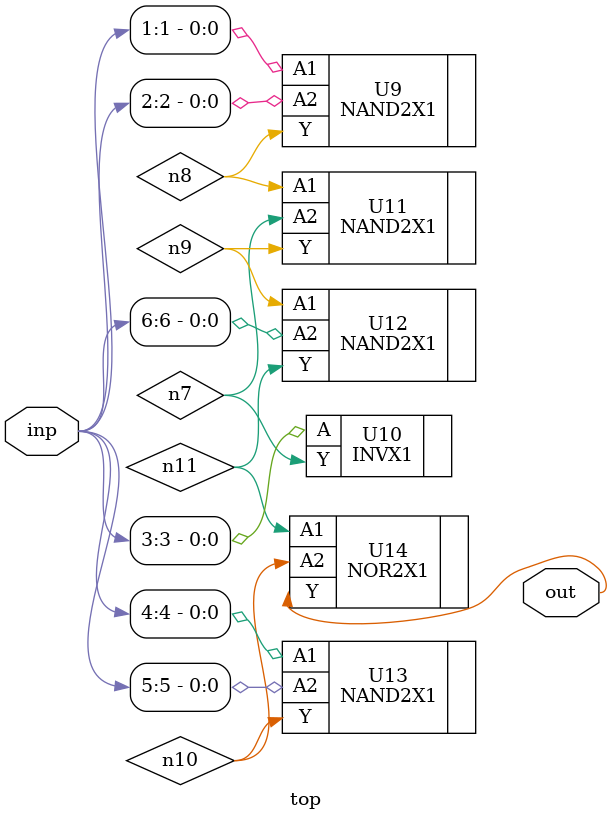
<source format=sv>


module top ( inp, out );
  input [6:0] inp;
  output out;
  wire   n7, n8, n9, n10, n11;

  NAND2X1 U9 ( .A1(inp[1]), .A2(inp[2]), .Y(n8) );
  INVX1 U10 ( .A(inp[3]), .Y(n7) );
  NAND2X1 U11 ( .A1(n8), .A2(n7), .Y(n9) );
  NAND2X1 U12 ( .A1(n9), .A2(inp[6]), .Y(n11) );
  NAND2X1 U13 ( .A1(inp[4]), .A2(inp[5]), .Y(n10) );
  NOR2X1 U14 ( .A1(n11), .A2(n10), .Y(out) );
endmodule


</source>
